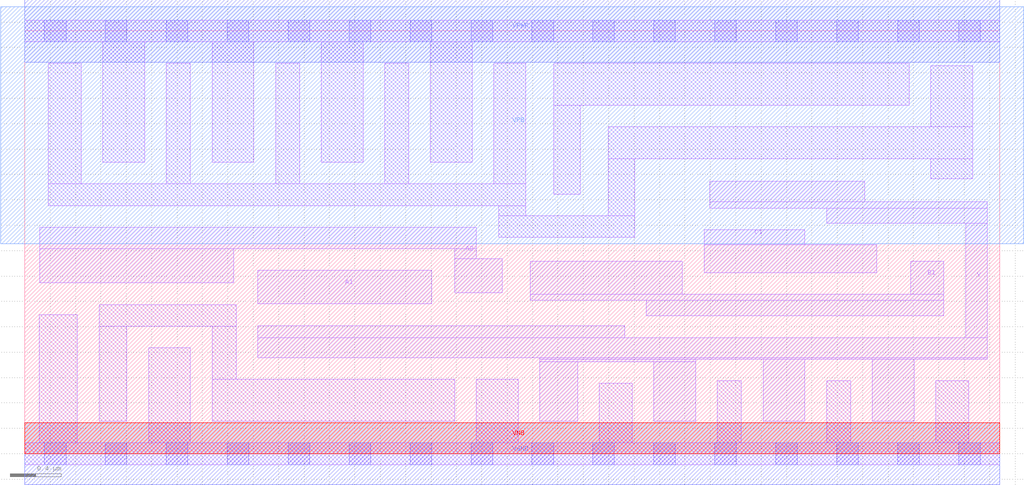
<source format=lef>
# Copyright 2020 The SkyWater PDK Authors
#
# Licensed under the Apache License, Version 2.0 (the "License");
# you may not use this file except in compliance with the License.
# You may obtain a copy of the License at
#
#     https://www.apache.org/licenses/LICENSE-2.0
#
# Unless required by applicable law or agreed to in writing, software
# distributed under the License is distributed on an "AS IS" BASIS,
# WITHOUT WARRANTIES OR CONDITIONS OF ANY KIND, either express or implied.
# See the License for the specific language governing permissions and
# limitations under the License.
#
# SPDX-License-Identifier: Apache-2.0

VERSION 5.7 ;
  NOWIREEXTENSIONATPIN ON ;
  DIVIDERCHAR "/" ;
  BUSBITCHARS "[]" ;
MACRO sky130_fd_sc_lp__a211oi_4
  CLASS CORE ;
  FOREIGN sky130_fd_sc_lp__a211oi_4 ;
  ORIGIN  0.000000  0.000000 ;
  SIZE  7.680000 BY  3.330000 ;
  SYMMETRY X Y R90 ;
  SITE unit ;
  PIN A1
    ANTENNAGATEAREA  1.260000 ;
    DIRECTION INPUT ;
    USE SIGNAL ;
    PORT
      LAYER li1 ;
        RECT 1.835000 1.180000 3.205000 1.445000 ;
    END
  END A1
  PIN A2
    ANTENNAGATEAREA  1.260000 ;
    DIRECTION INPUT ;
    USE SIGNAL ;
    PORT
      LAYER li1 ;
        RECT 0.120000 1.345000 1.645000 1.615000 ;
        RECT 0.120000 1.615000 3.555000 1.785000 ;
        RECT 3.385000 1.270000 3.760000 1.535000 ;
        RECT 3.385000 1.535000 3.555000 1.615000 ;
    END
  END A2
  PIN B1
    ANTENNAGATEAREA  1.260000 ;
    DIRECTION INPUT ;
    USE SIGNAL ;
    PORT
      LAYER li1 ;
        RECT 3.980000 1.210000 7.240000 1.255000 ;
        RECT 3.980000 1.255000 5.180000 1.515000 ;
        RECT 4.895000 1.085000 7.240000 1.210000 ;
        RECT 6.980000 1.255000 7.240000 1.515000 ;
    END
  END B1
  PIN C1
    ANTENNAGATEAREA  1.260000 ;
    DIRECTION INPUT ;
    USE SIGNAL ;
    PORT
      LAYER li1 ;
        RECT 5.350000 1.425000 6.710000 1.645000 ;
        RECT 5.350000 1.645000 6.145000 1.765000 ;
    END
  END C1
  PIN Y
    ANTENNADIFFAREA  2.116800 ;
    DIRECTION OUTPUT ;
    USE SIGNAL ;
    PORT
      LAYER li1 ;
        RECT 1.835000 0.755000 7.580000 0.915000 ;
        RECT 1.835000 0.915000 4.725000 1.010000 ;
        RECT 4.055000 0.255000 4.355000 0.725000 ;
        RECT 4.055000 0.725000 5.285000 0.745000 ;
        RECT 4.055000 0.745000 7.580000 0.755000 ;
        RECT 4.955000 0.255000 5.285000 0.725000 ;
        RECT 5.395000 1.935000 7.580000 1.985000 ;
        RECT 5.395000 1.985000 6.615000 2.145000 ;
        RECT 5.815000 0.255000 6.145000 0.745000 ;
        RECT 6.315000 1.815000 7.580000 1.935000 ;
        RECT 6.675000 0.255000 7.005000 0.745000 ;
        RECT 7.410000 0.915000 7.580000 1.815000 ;
    END
  END Y
  PIN VGND
    DIRECTION INOUT ;
    USE GROUND ;
    PORT
      LAYER met1 ;
        RECT 0.000000 -0.245000 7.680000 0.245000 ;
    END
  END VGND
  PIN VNB
    DIRECTION INOUT ;
    USE GROUND ;
    PORT
      LAYER pwell ;
        RECT 0.000000 0.000000 7.680000 0.245000 ;
    END
  END VNB
  PIN VPB
    DIRECTION INOUT ;
    USE POWER ;
    PORT
      LAYER nwell ;
        RECT -0.190000 1.655000 7.870000 3.520000 ;
    END
  END VPB
  PIN VPWR
    DIRECTION INOUT ;
    USE POWER ;
    PORT
      LAYER met1 ;
        RECT 0.000000 3.085000 7.680000 3.575000 ;
    END
  END VPWR
  OBS
    LAYER li1 ;
      RECT 0.000000 -0.085000 7.680000 0.085000 ;
      RECT 0.000000  3.245000 7.680000 3.415000 ;
      RECT 0.115000  0.085000 0.415000 1.095000 ;
      RECT 0.185000  1.955000 3.945000 2.125000 ;
      RECT 0.185000  2.125000 0.445000 3.075000 ;
      RECT 0.585000  0.255000 0.805000 1.005000 ;
      RECT 0.585000  1.005000 1.665000 1.175000 ;
      RECT 0.615000  2.295000 0.945000 3.245000 ;
      RECT 0.975000  0.085000 1.305000 0.835000 ;
      RECT 1.115000  2.125000 1.305000 3.075000 ;
      RECT 1.475000  0.255000 3.385000 0.585000 ;
      RECT 1.475000  0.585000 1.665000 1.005000 ;
      RECT 1.475000  2.295000 1.805000 3.245000 ;
      RECT 1.975000  2.125000 2.165000 3.075000 ;
      RECT 2.335000  2.295000 2.665000 3.245000 ;
      RECT 2.835000  2.125000 3.025000 3.075000 ;
      RECT 3.195000  2.295000 3.525000 3.245000 ;
      RECT 3.555000  0.085000 3.885000 0.585000 ;
      RECT 3.695000  2.125000 3.945000 3.075000 ;
      RECT 3.735000  1.705000 4.805000 1.875000 ;
      RECT 3.735000  1.875000 3.945000 1.955000 ;
      RECT 4.165000  2.045000 4.375000 2.745000 ;
      RECT 4.165000  2.745000 6.965000 3.075000 ;
      RECT 4.525000  0.085000 4.785000 0.555000 ;
      RECT 4.595000  1.875000 4.805000 2.325000 ;
      RECT 4.595000  2.325000 7.465000 2.575000 ;
      RECT 5.455000  0.085000 5.645000 0.575000 ;
      RECT 6.315000  0.085000 6.505000 0.575000 ;
      RECT 7.135000  2.165000 7.465000 2.325000 ;
      RECT 7.135000  2.575000 7.465000 3.055000 ;
      RECT 7.175000  0.085000 7.435000 0.575000 ;
    LAYER mcon ;
      RECT 0.155000 -0.085000 0.325000 0.085000 ;
      RECT 0.155000  3.245000 0.325000 3.415000 ;
      RECT 0.635000 -0.085000 0.805000 0.085000 ;
      RECT 0.635000  3.245000 0.805000 3.415000 ;
      RECT 1.115000 -0.085000 1.285000 0.085000 ;
      RECT 1.115000  3.245000 1.285000 3.415000 ;
      RECT 1.595000 -0.085000 1.765000 0.085000 ;
      RECT 1.595000  3.245000 1.765000 3.415000 ;
      RECT 2.075000 -0.085000 2.245000 0.085000 ;
      RECT 2.075000  3.245000 2.245000 3.415000 ;
      RECT 2.555000 -0.085000 2.725000 0.085000 ;
      RECT 2.555000  3.245000 2.725000 3.415000 ;
      RECT 3.035000 -0.085000 3.205000 0.085000 ;
      RECT 3.035000  3.245000 3.205000 3.415000 ;
      RECT 3.515000 -0.085000 3.685000 0.085000 ;
      RECT 3.515000  3.245000 3.685000 3.415000 ;
      RECT 3.995000 -0.085000 4.165000 0.085000 ;
      RECT 3.995000  3.245000 4.165000 3.415000 ;
      RECT 4.475000 -0.085000 4.645000 0.085000 ;
      RECT 4.475000  3.245000 4.645000 3.415000 ;
      RECT 4.955000 -0.085000 5.125000 0.085000 ;
      RECT 4.955000  3.245000 5.125000 3.415000 ;
      RECT 5.435000 -0.085000 5.605000 0.085000 ;
      RECT 5.435000  3.245000 5.605000 3.415000 ;
      RECT 5.915000 -0.085000 6.085000 0.085000 ;
      RECT 5.915000  3.245000 6.085000 3.415000 ;
      RECT 6.395000 -0.085000 6.565000 0.085000 ;
      RECT 6.395000  3.245000 6.565000 3.415000 ;
      RECT 6.875000 -0.085000 7.045000 0.085000 ;
      RECT 6.875000  3.245000 7.045000 3.415000 ;
      RECT 7.355000 -0.085000 7.525000 0.085000 ;
      RECT 7.355000  3.245000 7.525000 3.415000 ;
  END
END sky130_fd_sc_lp__a211oi_4
END LIBRARY

</source>
